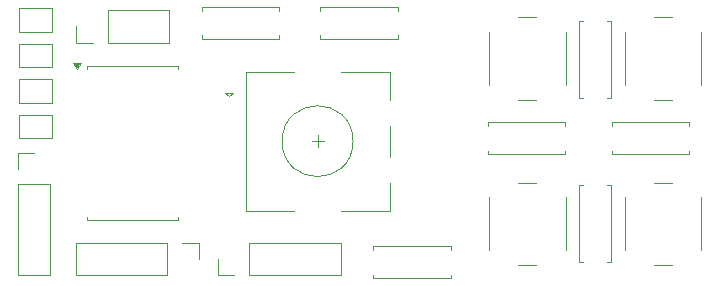
<source format=gbr>
%TF.GenerationSoftware,KiCad,Pcbnew,9.0.4*%
%TF.CreationDate,2025-08-23T10:29:59+02:00*%
%TF.ProjectId,i2c_hid,6932635f-6869-4642-9e6b-696361645f70,rev?*%
%TF.SameCoordinates,Original*%
%TF.FileFunction,Legend,Top*%
%TF.FilePolarity,Positive*%
%FSLAX46Y46*%
G04 Gerber Fmt 4.6, Leading zero omitted, Abs format (unit mm)*
G04 Created by KiCad (PCBNEW 9.0.4) date 2025-08-23 10:29:59*
%MOMM*%
%LPD*%
G01*
G04 APERTURE LIST*
%ADD10C,0.120000*%
G04 APERTURE END LIST*
D10*
%TO.C,SW1*%
X153700000Y-75650000D02*
X154300000Y-75650000D01*
X154000000Y-75950000D02*
X153700000Y-75650000D01*
X154300000Y-75650000D02*
X154000000Y-75950000D01*
X155400000Y-73850000D02*
X155400000Y-85650000D01*
X159500000Y-73850000D02*
X155400000Y-73850000D01*
X159500000Y-85650000D02*
X155400000Y-85650000D01*
X161000000Y-79750000D02*
X162000000Y-79750000D01*
X161500000Y-79250000D02*
X161500000Y-80250000D01*
X163500000Y-73850000D02*
X167600000Y-73850000D01*
X167600000Y-73850000D02*
X167600000Y-76250000D01*
X167600000Y-78450000D02*
X167600000Y-81050000D01*
X167600000Y-83250000D02*
X167600000Y-85650000D01*
X167600000Y-85650000D02*
X163500000Y-85650000D01*
X164500000Y-79750000D02*
G75*
G02*
X158500000Y-79750000I-3000000J0D01*
G01*
X158500000Y-79750000D02*
G75*
G02*
X164500000Y-79750000I3000000J0D01*
G01*
%TO.C,JP2*%
X136230000Y-71500000D02*
X139030000Y-71500000D01*
X136230000Y-73500000D02*
X136230000Y-71500000D01*
X139030000Y-71500000D02*
X139030000Y-73500000D01*
X139030000Y-73500000D02*
X136230000Y-73500000D01*
%TO.C,R9*%
X183630000Y-83420000D02*
X183630000Y-89960000D01*
X183630000Y-89960000D02*
X183960000Y-89960000D01*
X183960000Y-83420000D02*
X183630000Y-83420000D01*
X186040000Y-83420000D02*
X186370000Y-83420000D01*
X186370000Y-83420000D02*
X186370000Y-89960000D01*
X186370000Y-89960000D02*
X186040000Y-89960000D01*
%TO.C,R8*%
X183630000Y-69540000D02*
X183630000Y-76080000D01*
X183630000Y-76080000D02*
X183960000Y-76080000D01*
X183960000Y-69540000D02*
X183630000Y-69540000D01*
X186040000Y-69540000D02*
X186370000Y-69540000D01*
X186370000Y-69540000D02*
X186370000Y-76080000D01*
X186370000Y-76080000D02*
X186040000Y-76080000D01*
%TO.C,U1*%
X141990000Y-73395000D02*
X141990000Y-73630000D01*
X141990000Y-86415000D02*
X141990000Y-86180000D01*
X145850000Y-73395000D02*
X141990000Y-73395000D01*
X145850000Y-73395000D02*
X149710000Y-73395000D01*
X145850000Y-86415000D02*
X141990000Y-86415000D01*
X145850000Y-86415000D02*
X149710000Y-86415000D01*
X149710000Y-73395000D02*
X149710000Y-73630000D01*
X149710000Y-86415000D02*
X149710000Y-86180000D01*
X141137500Y-73630000D02*
X140797500Y-73160000D01*
X141477500Y-73160000D01*
X141137500Y-73630000D01*
G36*
X141137500Y-73630000D02*
G01*
X140797500Y-73160000D01*
X141477500Y-73160000D01*
X141137500Y-73630000D01*
G37*
%TO.C,SW6*%
X176000000Y-84500000D02*
X176000000Y-89000000D01*
X178500000Y-90250000D02*
X180000000Y-90250000D01*
X180000000Y-83250000D02*
X178500000Y-83250000D01*
X182500000Y-89000000D02*
X182500000Y-84500000D01*
%TO.C,JP1*%
X136230000Y-68500000D02*
X139030000Y-68500000D01*
X136230000Y-70500000D02*
X136230000Y-68500000D01*
X139030000Y-68500000D02*
X139030000Y-70500000D01*
X139030000Y-70500000D02*
X136230000Y-70500000D01*
%TO.C,J2*%
X136120000Y-80730000D02*
X137500000Y-80730000D01*
X136120000Y-82110000D02*
X136120000Y-80730000D01*
X136120000Y-83380000D02*
X136120000Y-91110000D01*
X136120000Y-83380000D02*
X138880000Y-83380000D01*
X136120000Y-91110000D02*
X138880000Y-91110000D01*
X138880000Y-83380000D02*
X138880000Y-91110000D01*
%TO.C,R10*%
X175920000Y-78130000D02*
X175920000Y-78460000D01*
X175920000Y-80870000D02*
X175920000Y-80540000D01*
X182460000Y-78130000D02*
X175920000Y-78130000D01*
X182460000Y-78460000D02*
X182460000Y-78130000D01*
X182460000Y-80540000D02*
X182460000Y-80870000D01*
X182460000Y-80870000D02*
X175920000Y-80870000D01*
%TO.C,R3*%
X161730000Y-68380000D02*
X168270000Y-68380000D01*
X161730000Y-68710000D02*
X161730000Y-68380000D01*
X161730000Y-70790000D02*
X161730000Y-71120000D01*
X161730000Y-71120000D02*
X168270000Y-71120000D01*
X168270000Y-68380000D02*
X168270000Y-68710000D01*
X168270000Y-71120000D02*
X168270000Y-70790000D01*
%TO.C,R2*%
X166230000Y-88630000D02*
X166230000Y-88960000D01*
X166230000Y-91370000D02*
X166230000Y-91040000D01*
X172770000Y-88630000D02*
X166230000Y-88630000D01*
X172770000Y-88960000D02*
X172770000Y-88630000D01*
X172770000Y-91040000D02*
X172770000Y-91370000D01*
X172770000Y-91370000D02*
X166230000Y-91370000D01*
%TO.C,R1*%
X151730000Y-68380000D02*
X158270000Y-68380000D01*
X151730000Y-68710000D02*
X151730000Y-68380000D01*
X151730000Y-70790000D02*
X151730000Y-71120000D01*
X151730000Y-71120000D02*
X158270000Y-71120000D01*
X158270000Y-68380000D02*
X158270000Y-68710000D01*
X158270000Y-71120000D02*
X158270000Y-70790000D01*
%TO.C,JP3*%
X136230000Y-74500000D02*
X139030000Y-74500000D01*
X136230000Y-76500000D02*
X136230000Y-74500000D01*
X139030000Y-74500000D02*
X139030000Y-76500000D01*
X139030000Y-76500000D02*
X136230000Y-76500000D01*
%TO.C,R7*%
X186420000Y-78130000D02*
X186420000Y-78460000D01*
X186420000Y-80870000D02*
X186420000Y-80540000D01*
X192960000Y-78130000D02*
X186420000Y-78130000D01*
X192960000Y-78460000D02*
X192960000Y-78130000D01*
X192960000Y-80540000D02*
X192960000Y-80870000D01*
X192960000Y-80870000D02*
X186420000Y-80870000D01*
%TO.C,J4*%
X153080000Y-91110000D02*
X153080000Y-89730000D01*
X154460000Y-91110000D02*
X153080000Y-91110000D01*
X155730000Y-88350000D02*
X163460000Y-88350000D01*
X155730000Y-91110000D02*
X155730000Y-88350000D01*
X155730000Y-91110000D02*
X163460000Y-91110000D01*
X163460000Y-91110000D02*
X163460000Y-88350000D01*
%TO.C,J3*%
X141040000Y-88350000D02*
X141040000Y-91110000D01*
X148770000Y-88350000D02*
X141040000Y-88350000D01*
X148770000Y-88350000D02*
X148770000Y-91110000D01*
X148770000Y-91110000D02*
X141040000Y-91110000D01*
X150040000Y-88350000D02*
X151420000Y-88350000D01*
X151420000Y-88350000D02*
X151420000Y-89730000D01*
%TO.C,JP4*%
X136230000Y-77500000D02*
X139030000Y-77500000D01*
X136230000Y-79500000D02*
X136230000Y-77500000D01*
X139030000Y-77500000D02*
X139030000Y-79500000D01*
X139030000Y-79500000D02*
X136230000Y-79500000D01*
%TO.C,SW4*%
X187500000Y-70500000D02*
X187500000Y-75000000D01*
X190000000Y-76250000D02*
X191500000Y-76250000D01*
X191500000Y-69250000D02*
X190000000Y-69250000D01*
X194000000Y-75000000D02*
X194000000Y-70500000D01*
%TO.C,SW5*%
X187500000Y-84500000D02*
X187500000Y-89000000D01*
X190000000Y-90250000D02*
X191500000Y-90250000D01*
X191500000Y-83250000D02*
X190000000Y-83250000D01*
X194000000Y-89000000D02*
X194000000Y-84500000D01*
%TO.C,J1*%
X141080000Y-71400000D02*
X141080000Y-70020000D01*
X142460000Y-71400000D02*
X141080000Y-71400000D01*
X143730000Y-68640000D02*
X148920000Y-68640000D01*
X143730000Y-71400000D02*
X143730000Y-68640000D01*
X143730000Y-71400000D02*
X148920000Y-71400000D01*
X148920000Y-71400000D02*
X148920000Y-68640000D01*
%TO.C,SW2*%
X176000000Y-70500000D02*
X176000000Y-75000000D01*
X178500000Y-76250000D02*
X180000000Y-76250000D01*
X180000000Y-69250000D02*
X178500000Y-69250000D01*
X182500000Y-75000000D02*
X182500000Y-70500000D01*
%TD*%
M02*

</source>
